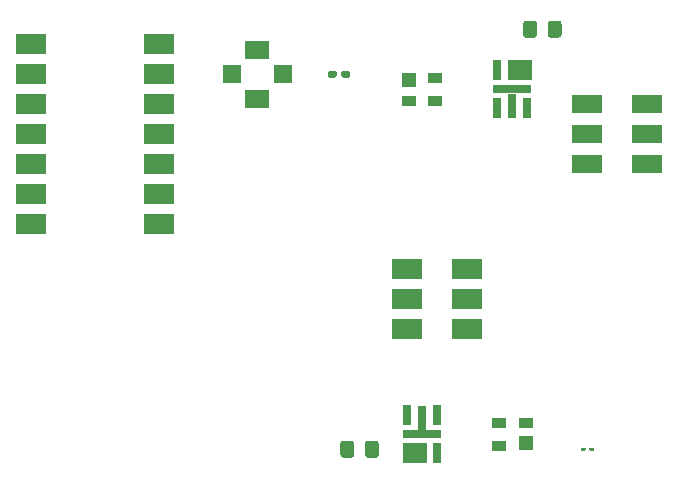
<source format=gtp>
%TF.GenerationSoftware,KiCad,Pcbnew,5.1.9-73d0e3b20d~88~ubuntu20.04.1*%
%TF.CreationDate,2021-08-29T02:04:36+07:00*%
%TF.ProjectId,rf_gpr,72665f67-7072-42e6-9b69-6361645f7063,rev?*%
%TF.SameCoordinates,Original*%
%TF.FileFunction,Paste,Top*%
%TF.FilePolarity,Positive*%
%FSLAX46Y46*%
G04 Gerber Fmt 4.6, Leading zero omitted, Abs format (unit mm)*
G04 Created by KiCad (PCBNEW 5.1.9-73d0e3b20d~88~ubuntu20.04.1) date 2021-08-29 02:04:36*
%MOMM*%
%LPD*%
G01*
G04 APERTURE LIST*
%ADD10R,2.540000X1.650000*%
%ADD11R,1.295400X1.193800*%
%ADD12R,1.295400X0.889000*%
%ADD13R,0.790000X1.680000*%
%ADD14R,2.060000X1.680000*%
%ADD15R,3.330000X0.690000*%
%ADD16R,0.790000X2.110000*%
%ADD17R,2.540000X1.651000*%
%ADD18R,2.030000X1.650000*%
%ADD19R,1.520000X1.520000*%
G04 APERTURE END LIST*
D10*
%TO.C,U6*%
X144780000Y-67310000D03*
X144780000Y-69850000D03*
X144780000Y-72390000D03*
X139700000Y-72390000D03*
X139700000Y-69850000D03*
X139700000Y-67310000D03*
%TD*%
D11*
%TO.C,U8*%
X134467600Y-95999300D03*
D12*
X132257800Y-96202500D03*
X132257800Y-94297500D03*
X134467600Y-94297500D03*
%TD*%
D13*
%TO.C,U7*%
X132080000Y-67650000D03*
X134620000Y-67650000D03*
D14*
X133985000Y-64430000D03*
D13*
X132080000Y-64430000D03*
D15*
X133350000Y-66040000D03*
D16*
X133350000Y-67435000D03*
%TD*%
D13*
%TO.C,U5*%
X127000000Y-93640000D03*
X124460000Y-93640000D03*
D14*
X125095000Y-96860000D03*
D13*
X127000000Y-96860000D03*
D15*
X125730000Y-95250000D03*
D16*
X125730000Y-93855000D03*
%TD*%
D11*
%TO.C,U4*%
X124612400Y-65290700D03*
D12*
X126822200Y-65087500D03*
X126822200Y-66992500D03*
X124612400Y-66992500D03*
%TD*%
D17*
%TO.C,U3*%
X129540000Y-81280000D03*
X129540000Y-83820000D03*
X129540000Y-86360000D03*
X124460000Y-86360000D03*
X124460000Y-83820000D03*
X124460000Y-81280000D03*
%TD*%
D18*
%TO.C,U2*%
X111760000Y-62674000D03*
X111760000Y-66866000D03*
D19*
X113920000Y-64770000D03*
X109600000Y-64770000D03*
%TD*%
D17*
%TO.C,U1*%
X103403400Y-77470000D03*
X103403400Y-74930000D03*
X103403400Y-72390000D03*
X103403400Y-69850000D03*
X103403400Y-67310000D03*
X103403400Y-64770000D03*
X103403400Y-62230000D03*
X92608400Y-77470000D03*
X92608400Y-74930000D03*
X92608400Y-72390000D03*
X92608400Y-69850000D03*
X92608400Y-67310000D03*
X92608400Y-64770000D03*
X92608400Y-62230000D03*
%TD*%
%TO.C,C4*%
G36*
G01*
X139542500Y-96452500D02*
X139542500Y-96587500D01*
G75*
G02*
X139475000Y-96655000I-67500J0D01*
G01*
X139200000Y-96655000D01*
G75*
G02*
X139132500Y-96587500I0J67500D01*
G01*
X139132500Y-96452500D01*
G75*
G02*
X139200000Y-96385000I67500J0D01*
G01*
X139475000Y-96385000D01*
G75*
G02*
X139542500Y-96452500I0J-67500D01*
G01*
G37*
G36*
G01*
X140267500Y-96452500D02*
X140267500Y-96587500D01*
G75*
G02*
X140200000Y-96655000I-67500J0D01*
G01*
X139925000Y-96655000D01*
G75*
G02*
X139857500Y-96587500I0J67500D01*
G01*
X139857500Y-96452500D01*
G75*
G02*
X139925000Y-96385000I67500J0D01*
G01*
X140200000Y-96385000D01*
G75*
G02*
X140267500Y-96452500I0J-67500D01*
G01*
G37*
%TD*%
%TO.C,C3*%
G36*
G01*
X135440000Y-60485000D02*
X135440000Y-61435000D01*
G75*
G02*
X135190000Y-61685000I-250000J0D01*
G01*
X134515000Y-61685000D01*
G75*
G02*
X134265000Y-61435000I0J250000D01*
G01*
X134265000Y-60485000D01*
G75*
G02*
X134515000Y-60235000I250000J0D01*
G01*
X135190000Y-60235000D01*
G75*
G02*
X135440000Y-60485000I0J-250000D01*
G01*
G37*
G36*
G01*
X137515000Y-60485000D02*
X137515000Y-61435000D01*
G75*
G02*
X137265000Y-61685000I-250000J0D01*
G01*
X136590000Y-61685000D01*
G75*
G02*
X136340000Y-61435000I0J250000D01*
G01*
X136340000Y-60485000D01*
G75*
G02*
X136590000Y-60235000I250000J0D01*
G01*
X137265000Y-60235000D01*
G75*
G02*
X137515000Y-60485000I0J-250000D01*
G01*
G37*
%TD*%
%TO.C,C2*%
G36*
G01*
X120867500Y-96995000D02*
X120867500Y-96045000D01*
G75*
G02*
X121117500Y-95795000I250000J0D01*
G01*
X121792500Y-95795000D01*
G75*
G02*
X122042500Y-96045000I0J-250000D01*
G01*
X122042500Y-96995000D01*
G75*
G02*
X121792500Y-97245000I-250000J0D01*
G01*
X121117500Y-97245000D01*
G75*
G02*
X120867500Y-96995000I0J250000D01*
G01*
G37*
G36*
G01*
X118792500Y-96995000D02*
X118792500Y-96045000D01*
G75*
G02*
X119042500Y-95795000I250000J0D01*
G01*
X119717500Y-95795000D01*
G75*
G02*
X119967500Y-96045000I0J-250000D01*
G01*
X119967500Y-96995000D01*
G75*
G02*
X119717500Y-97245000I-250000J0D01*
G01*
X119042500Y-97245000D01*
G75*
G02*
X118792500Y-96995000I0J250000D01*
G01*
G37*
%TD*%
%TO.C,C1*%
G36*
G01*
X118477500Y-64615000D02*
X118477500Y-64925000D01*
G75*
G02*
X118322500Y-65080000I-155000J0D01*
G01*
X117897500Y-65080000D01*
G75*
G02*
X117742500Y-64925000I0J155000D01*
G01*
X117742500Y-64615000D01*
G75*
G02*
X117897500Y-64460000I155000J0D01*
G01*
X118322500Y-64460000D01*
G75*
G02*
X118477500Y-64615000I0J-155000D01*
G01*
G37*
G36*
G01*
X119612500Y-64615000D02*
X119612500Y-64925000D01*
G75*
G02*
X119457500Y-65080000I-155000J0D01*
G01*
X119032500Y-65080000D01*
G75*
G02*
X118877500Y-64925000I0J155000D01*
G01*
X118877500Y-64615000D01*
G75*
G02*
X119032500Y-64460000I155000J0D01*
G01*
X119457500Y-64460000D01*
G75*
G02*
X119612500Y-64615000I0J-155000D01*
G01*
G37*
%TD*%
M02*

</source>
